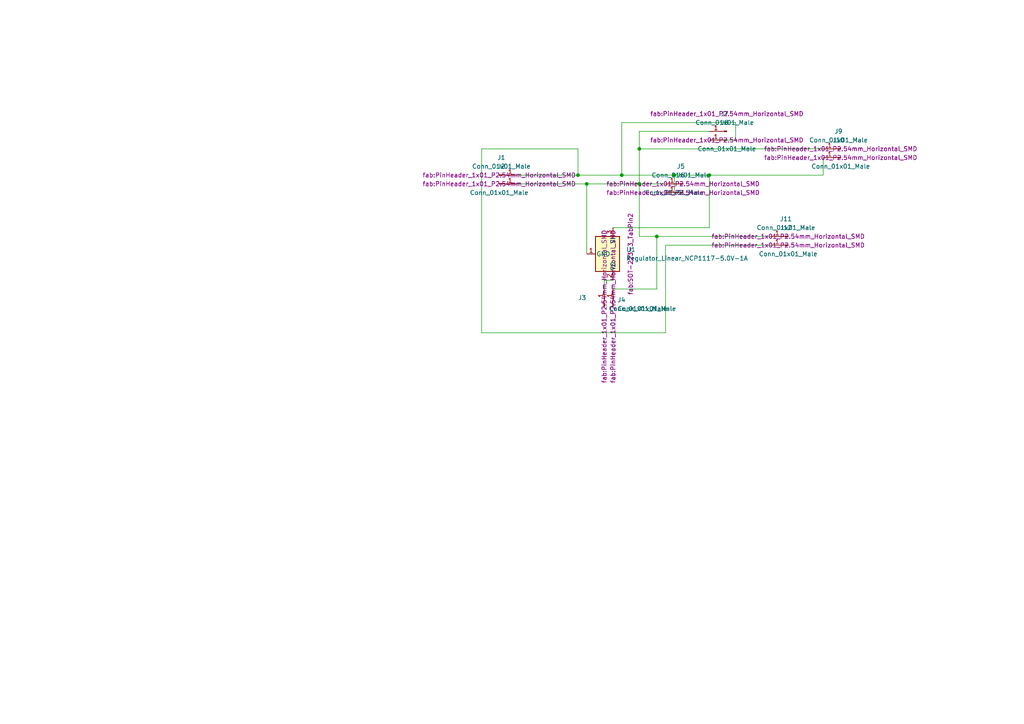
<source format=kicad_sch>
(kicad_sch (version 20211123) (generator eeschema)
  (paper "A4")
  (lib_symbols
    (symbol "Connector:Conn_01x01_Male" (pin_names (offset 1.016) hide)
      (property "Reference" "J" (at 0 2.54 0))
      (property "Value" "Conn_01x01_Male" (at 0 -2.54 0))
      (symbol "Conn_01x01_Male_1_1"
        (polyline (pts (xy 1.27 0) (xy 0.8636 0)) (stroke (width 0.1524)))
        (rectangle (start 0.8636 0.127) (end 0 -0.127) (stroke (width 0.1524)) (fill (type outline)))
        (pin passive line (at 5.08 0 180) (length 3.81) (name "Pin_1") (number "1"))
      )
    )
    (symbol "fab:Regulator_Linear_NCP1117-5.0V-1A" (pin_names (offset 0.254))
      (property "Reference" "U" (at -3.81 3.175 0))
      (property "Value" "Regulator_Linear_NCP1117-5.0V-1A" (at 0 3.175 0))
      (symbol "Regulator_Linear_NCP1117-5.0V-1A_0_1"
        (rectangle (start -5.08 -5.08) (end 5.08 1.905) (stroke (width 0.254)) (fill (type background)))
      )
      (symbol "Regulator_Linear_NCP1117-5.0V-1A_1_1"
        (pin power_in line (at 0 -7.62 90) (length 2.54) (name "GND") (number "1"))
        (pin power_out line (at 7.62 0 180) (length 2.54) (name "VO") (number "2"))
        (pin power_in line (at -7.62 0 0) (length 2.54) (name "VI") (number "3"))
      )
    )
  )
  (junction (at 170.18 53.34))
  (junction (at 180.34 50.8))
  (junction (at 195.58 50.8))
  (junction (at 190.5 68.58))
  (junction (at 205.74 50.8))
  (junction (at 185.42 43.18))
  (junction (at 167.64 50.8))
  (junction (at 185.42 53.34))
  (wire (pts (xy 213.36 40.64) (xy 205.74 40.64)))
  (wire (pts (xy 185.42 68.58) (xy 190.5 68.58)))
  (wire (pts (xy 185.42 43.18) (xy 185.42 38.1)))
  (wire (pts (xy 190.5 83.82) (xy 177.8 83.82)))
  (wire (pts (xy 190.5 68.58) (xy 190.5 83.82)))
  (wire (pts (xy 139.7 43.18) (xy 167.64 43.18)))
  (wire (pts (xy 185.42 53.34) (xy 193.04 53.34)))
  (wire (pts (xy 185.42 53.34) (xy 185.42 43.18)))
  (wire (pts (xy 170.18 53.34) (xy 170.18 73.66)))
  (wire (pts (xy 238.76 50.8) (xy 238.76 45.72)))
  (wire (pts (xy 195.58 50.8) (xy 205.74 50.8)))
  (wire (pts (xy 190.5 68.58) (xy 223.52 68.58)))
  (wire (pts (xy 185.42 53.34) (xy 185.42 68.58)))
  (wire (pts (xy 175.26 81.28) (xy 177.8 81.28)))
  (wire (pts (xy 205.74 66.04) (xy 205.74 50.8)))
  (wire (pts (xy 205.74 50.8) (xy 238.76 50.8)))
  (wire (pts (xy 180.34 50.8) (xy 195.58 50.8)))
  (wire (pts (xy 177.8 66.04) (xy 205.74 66.04)))
  (wire (pts (xy 149.86 50.8) (xy 167.64 50.8)))
  (wire (pts (xy 195.58 55.88) (xy 193.04 55.88)))
  (wire (pts (xy 185.42 38.1) (xy 205.74 38.1)))
  (wire (pts (xy 139.7 96.52) (xy 139.7 43.18)))
  (wire (pts (xy 149.86 53.34) (xy 170.18 53.34)))
  (wire (pts (xy 193.04 71.12) (xy 193.04 96.52)))
  (wire (pts (xy 180.34 50.8) (xy 180.34 35.56)))
  (wire (pts (xy 185.42 43.18) (xy 238.76 43.18)))
  (wire (pts (xy 167.64 43.18) (xy 167.64 50.8)))
  (wire (pts (xy 195.58 50.8) (xy 195.58 55.88)))
  (wire (pts (xy 180.34 35.56) (xy 213.36 35.56)))
  (wire (pts (xy 193.04 96.52) (xy 139.7 96.52)))
  (wire (pts (xy 170.18 53.34) (xy 185.42 53.34)))
  (wire (pts (xy 175.26 83.82) (xy 175.26 81.28)))
  (wire (pts (xy 223.52 71.12) (xy 193.04 71.12)))
  (wire (pts (xy 213.36 35.56) (xy 213.36 40.64)))
  (wire (pts (xy 167.64 50.8) (xy 180.34 50.8)))
  (symbol (lib_id "Connector:Conn_01x01_Male") (at 243.84 45.72 180) (unit 1)
    (property "Reference" "J10" (at 243.205 40.64 0))
    (property "Value" "Conn_01x01_Male" (at 243.84 48.26 0))
    (property "Footprint" "fab:PinHeader_1x01_P2.54mm_Horizontal_SMD" (at 243.84 45.72 0))
  )
  (symbol (lib_id "fab:Regulator_Linear_NCP1117-5.0V-1A") (at 177.8 73.66 270) (unit 1)
    (property "Reference" "U1" (at 181.61 72.3899 90) (effects (justify left)))
    (property "Value" "Regulator_Linear_NCP1117-5.0V-1A" (at 181.61 74.9299 90) (effects (justify left)))
    (property "Footprint" "fab:SOT-223-3_TabPin2" (at 182.88 73.66 0))
    (property "Datasheet" "https://www.onsemi.com/pub/Collateral/NCP1117-D.PDF" (effects hide))
  )
  (symbol (lib_id "Connector:Conn_01x01_Male") (at 198.12 55.88 180) (unit 1)
    (property "Reference" "J6" (at 197.485 50.8 0))
    (property "Value" "Conn_01x01_Male" (at 195.58 55.88 0))
    (property "Footprint" "fab:PinHeader_1x01_P2.54mm_Horizontal_SMD" (at 198.12 55.88 0))
  )
  (symbol (lib_id "Connector:Conn_01x01_Male") (at 210.82 38.1 180) (unit 1)
    (property "Reference" "J7" (at 210.185 33.02 0))
    (property "Value" "Conn_01x01_Male" (at 210.185 35.56 0))
    (property "Footprint" "fab:PinHeader_1x01_P2.54mm_Horizontal_SMD" (at 210.82 33.02 0))
  )
  (symbol (lib_id "Connector:Conn_01x01_Male") (at 210.82 40.64 180) (unit 1)
    (property "Reference" "J8" (at 210.185 35.56 0))
    (property "Value" "Conn_01x01_Male" (at 210.82 43.18 0))
    (property "Footprint" "fab:PinHeader_1x01_P2.54mm_Horizontal_SMD" (at 210.82 40.64 0))
  )
  (symbol (lib_id "Connector:Conn_01x01_Male") (at 144.78 53.34 0) (unit 1)
    (property "Reference" "J2" (at 145.415 48.26 0))
    (property "Value" "Conn_01x01_Male" (at 144.78 55.88 0))
    (property "Footprint" "fab:PinHeader_1x01_P2.54mm_Horizontal_SMD" (at 144.78 53.34 0))
  )
  (symbol (lib_id "Connector:Conn_01x01_Male") (at 228.6 68.58 180) (unit 1)
    (property "Reference" "J11" (at 227.965 63.5 0))
    (property "Value" "Conn_01x01_Male" (at 227.965 66.04 0))
    (property "Footprint" "fab:PinHeader_1x01_P2.54mm_Horizontal_SMD" (at 228.6 68.58 0))
  )
  (symbol (lib_id "Connector:Conn_01x01_Male") (at 198.12 53.34 180) (unit 1)
    (property "Reference" "J5" (at 197.485 48.26 0))
    (property "Value" "Conn_01x01_Male" (at 197.485 50.8 0))
    (property "Footprint" "fab:PinHeader_1x01_P2.54mm_Horizontal_SMD" (at 198.12 53.34 0))
  )
  (symbol (lib_id "Connector:Conn_01x01_Male") (at 228.6 71.12 180) (unit 1)
    (property "Reference" "J12" (at 227.965 66.04 0))
    (property "Value" "Conn_01x01_Male" (at 228.6 73.66 0))
    (property "Footprint" "fab:PinHeader_1x01_P2.54mm_Horizontal_SMD" (at 228.6 71.12 0))
  )
  (symbol (lib_id "Connector:Conn_01x01_Male") (at 177.8 88.9 90) (unit 1)
    (property "Reference" "J4" (at 179.07 86.9949 90) (effects (justify right)))
    (property "Value" "Conn_01x01_Male" (at 179.07 89.5349 90) (effects (justify right)))
    (property "Footprint" "fab:PinHeader_1x01_P2.54mm_Horizontal_SMD" (at 177.8 88.9 0))
  )
  (symbol (lib_id "Connector:Conn_01x01_Male") (at 144.78 50.8 0) (unit 1)
    (property "Reference" "J1" (at 145.415 45.72 0))
    (property "Value" "Conn_01x01_Male" (at 145.415 48.26 0))
    (property "Footprint" "fab:PinHeader_1x01_P2.54mm_Horizontal_SMD" (at 144.78 50.8 0))
  )
  (symbol (lib_id "Connector:Conn_01x01_Male") (at 175.26 88.9 90) (unit 1)
    (property "Reference" "J3" (at 167.64 86.36 90) (effects (justify right)))
    (property "Value" "Conn_01x01_Male" (at 176.53 89.5349 90) (effects (justify right)))
    (property "Footprint" "fab:PinHeader_1x01_P2.54mm_Horizontal_SMD" (at 175.26 88.9 0))
  )
  (symbol (lib_id "Connector:Conn_01x01_Male") (at 243.84 43.18 180) (unit 1)
    (property "Reference" "J9" (at 243.205 38.1 0))
    (property "Value" "Conn_01x01_Male" (at 243.205 40.64 0))
    (property "Footprint" "fab:PinHeader_1x01_P2.54mm_Horizontal_SMD" (at 243.84 43.18 0))
  )
)
</source>
